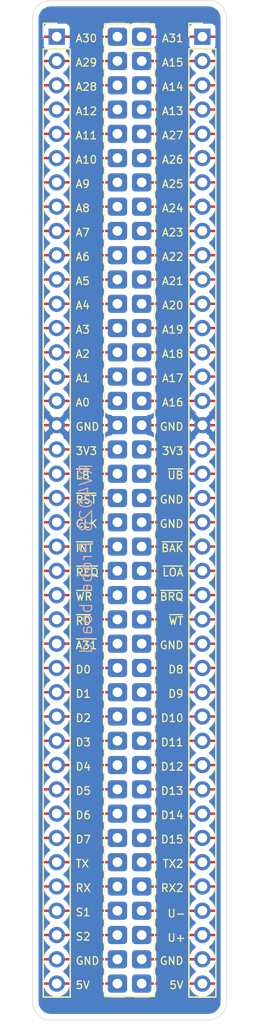
<source format=kicad_pcb>
(kicad_pcb (version 20241229) (generator "pcbnew") (generator_version "9.0")
  (layers (0 "F.Cu" signal) (2 "B.Cu" signal) (13 "F.Paste" user) (15 "B.Paste" user) (5 "F.SilkS" user "F.Silkscreen") (7 "B.SilkS" user "B.Silkscreen") (1 "F.Mask" user) (3 "B.Mask" user) (25 "Edge.Cuts" user))
  (net 0 "")
  (net 1 "Net-(J1-Pin_72)")
  (net 2 "Net-(J1-Pin_42)")
  (net 3 "Net-(J1-Pin_13)")
  (net 4 "Net-(J1-Pin_45)")
  (net 5 "Net-(J1-Pin_4)")
  (net 6 "Net-(J1-Pin_55)")
  (net 7 "Net-(J1-Pin_22)")
  (net 8 "Net-(J1-Pin_49)")
  (net 9 "Net-(J1-Pin_77)")
  (net 10 "Net-(J1-Pin_67)")
  (net 11 "Net-(J1-Pin_65)")
  (net 12 "Net-(J1-Pin_51)")
  (net 13 "Net-(J1-Pin_59)")
  (net 14 "Net-(J1-Pin_10)")
  (net 15 "Net-(J1-Pin_23)")
  (net 16 "Net-(J1-Pin_44)")
  (net 17 "Net-(J1-Pin_12)")
  (net 18 "Net-(J1-Pin_40)")
  (net 19 "Net-(J1-Pin_50)")
  (net 20 "Net-(J1-Pin_54)")
  (net 21 "Net-(J1-Pin_14)")
  (net 22 "Net-(J1-Pin_16)")
  (net 23 "Net-(J1-Pin_43)")
  (net 24 "Net-(J1-Pin_35)")
  (net 25 "Net-(J1-Pin_58)")
  (net 26 "Net-(J1-Pin_38)")
  (net 27 "Net-(J1-Pin_70)")
  (net 28 "Net-(J1-Pin_66)")
  (net 29 "Net-(J1-Pin_64)")
  (net 30 "Net-(J1-Pin_26)")
  (net 31 "Net-(J1-Pin_19)")
  (net 32 "Net-(J1-Pin_46)")
  (net 33 "Net-(J1-Pin_9)")
  (net 34 "Net-(J1-Pin_39)")
  (net 35 "Net-(J1-Pin_78)")
  (net 36 "Net-(J1-Pin_80)")
  (net 37 "Net-(J1-Pin_25)")
  (net 38 "Net-(J1-Pin_15)")
  (net 39 "Net-(J1-Pin_48)")
  (net 40 "Net-(J1-Pin_18)")
  (net 41 "Net-(J1-Pin_36)")
  (net 42 "Net-(J1-Pin_29)")
  (net 43 "Net-(J1-Pin_28)")
  (net 44 "Net-(J1-Pin_20)")
  (net 45 "Net-(J1-Pin_2)")
  (net 46 "Net-(J1-Pin_21)")
  (net 47 "Net-(J1-Pin_62)")
  (net 48 "Net-(J1-Pin_34)")
  (net 49 "Net-(J1-Pin_11)")
  (net 50 "Net-(J1-Pin_6)")
  (net 51 "Net-(J1-Pin_52)")
  (net 52 "Net-(J1-Pin_31)")
  (net 53 "Net-(J1-Pin_37)")
  (net 54 "Net-(J1-Pin_74)")
  (net 55 "Net-(J1-Pin_76)")
  (net 56 "Net-(J1-Pin_61)")
  (net 57 "Net-(J1-Pin_68)")
  (net 58 "Net-(J1-Pin_79)")
  (net 59 "Net-(J1-Pin_8)")
  (net 60 "Net-(J1-Pin_60)")
  (net 61 "Net-(J1-Pin_24)")
  (net 62 "Net-(J1-Pin_53)")
  (net 63 "Net-(J1-Pin_5)")
  (net 64 "Net-(J1-Pin_3)")
  (net 65 "Net-(J1-Pin_41)")
  (net 66 "Net-(J1-Pin_69)")
  (net 67 "Net-(J1-Pin_73)")
  (net 68 "Net-(J1-Pin_75)")
  (net 69 "Net-(J1-Pin_56)")
  (net 70 "Net-(J1-Pin_7)")
  (net 71 "Net-(J1-Pin_30)")
  (net 72 "Net-(J1-Pin_32)")
  (net 73 "Net-(J1-Pin_33)")
  (net 74 "Net-(J1-Pin_1)")
  (net 75 "Net-(J1-Pin_47)")
  (net 76 "Net-(J1-Pin_71)")
  (net 77 "Net-(J1-Pin_63)")
  (net 78 "Net-(J1-Pin_27)")
  (net 79 "GND")
  (footprint "clipboard:48b18192-912f-4a90-8f85-aef233b6ed7c" (layer "F.Cu") (at 113 57.5 -90)
    (property "Reference" "" (at -0.5 3 90) (layer "F.SilkS") (effects (font (size 1.27 1.27))))
    (property "Value" "")
    (fp_text user "D13" (at 24 -1.5 0) (layer "F.SilkS") (effects (font (size 0.635 0.635) (thickness 0.1016)) (justify right bottom)))
    (fp_text user "D11" (at 20.000001 -1.5 0) (layer "F.SilkS") (effects (font (size 0.635 0.635) (thickness 0.1016)) (justify right bottom)))
    (fp_text user "A19" (at -14 -1.5 0) (layer "F.SilkS") (effects (font (size 0.635 0.635) (thickness 0.1016)) (justify right bottom)))
    (fp_text user "A31" (at -38 -1.5 0) (layer "F.SilkS") (effects (font (size 0.635 0.635) (thickness 0.1016)) (justify right bottom)))
    (fp_text user "A27" (at -29.999999 -1.5 0) (layer "F.SilkS") (effects (font (size 0.635 0.635) (thickness 0.1016)) (justify right bottom)))
    (fp_text user "D14" (at 26 -1.5 0) (layer "F.SilkS") (effects (font (size 0.635 0.635) (thickness 0.1016)) (justify right bottom)))
    (fp_text user "A15" (at -36 -1.5 0) (layer "F.SilkS") (effects (font (size 0.635 0.635) (thickness 0.1016)) (justify right bottom)))
    (fp_text user "D10" (at 18 -1.5 0) (layer "F.SilkS") (effects (font (size 0.635 0.635) (thickness 0.1016)) (justify right bottom)))
    (fp_text user "3V3" (at -4 -1.5 0) (layer "F.SilkS") (effects (font (size 0.635 0.635) (thickness 0.1016)) (justify right bottom)))
    (fp_text user "A26" (at -28 -1.5 0) (layer "F.SilkS") (effects (font (size 0.635 0.635) (thickness 0.1016)) (justify right bottom)))
    (fp_text user "5V" (at 40 -1.5 0) (layer "F.SilkS") (effects (font (size 0.635 0.635) (thickness 0.1016)) (justify right bottom)))
    (fp_text user "~{WT}" (at 10 -1.5 0) (layer "F.SilkS") (effects (font (size 0.635 0.635) (thickness 0.1016)) (justify right bottom)))
    (fp_text user "~{BAK}" (at 4 -1.5 0) (layer "F.SilkS") (effects (font (size 0.635 0.635) (thickness 0.1016)) (justify right bottom)))
    (fp_text user "GND" (at 0 -1.5 0) (layer "F.SilkS") (effects (font (size 0.635 0.635) (thickness 0.1016)) (justify right bottom)))
    (fp_text user "GND" (at 11.999999 -1.5 0) (layer "F.SilkS") (effects (font (size 0.635 0.635) (thickness 0.1016)) (justify right bottom)))
    (fp_text user "A20" (at -15.999999 -1.5 0) (layer "F.SilkS") (effects (font (size 0.635 0.635) (thickness 0.1016)) (justify right bottom)))
    (fp_text user "GND" (at -6 -1.5 0) (layer "F.SilkS") (effects (font (size 0.635 0.635) (thickness 0.1016)) (justify right bottom)))
    (fp_text user "A21" (at -18 -1.5 0) (layer "F.SilkS") (effects (font (size 0.635 0.635) (thickness 0.1016)) (justify right bottom)))
    (fp_text user "D15" (at 28 -1.5 0) (layer "F.SilkS") (effects (font (size 0.635 0.635) (thickness 0.1016)) (justify right bottom)))
    (fp_text user "D8" (at 14 -1.5 0) (layer "F.SilkS") (effects (font (size 0.635 0.635) (thickness 0.1016)) (justify right bottom)))
    (fp_text user "A14" (at -34.000001 -1.5 0) (layer "F.SilkS") (effects (font (size 0.635 0.635) (thickness 0.1016)) (justify right bottom)))
    (fp_text user "A23" (at -22 -1.5 0) (layer "F.SilkS") (effects (font (size 0.635 0.635) (thickness 0.1016)) (justify right bottom)))
    (fp_text user "D12" (at 22 -1.5 0) (layer "F.SilkS") (effects (font (size 0.635 0.635) (thickness 0.1016)) (justify right bottom)))
    (fp_text user "A22" (at -20.000001 -1.5 0) (layer "F.SilkS") (effects (font (size 0.635 0.635) (thickness 0.1016)) (justify right bottom)))
    (fp_text user "~{LOA}" (at 6 -1.5 0) (layer "F.SilkS") (effects (font (size 0.635 0.635) (thickness 0.1016)) (justify right bottom)))
    (fp_text user "A24" (at -24 -1.5 0) (layer "F.SilkS") (effects (font (size 0.635 0.635) (thickness 0.1016)) (justify right bottom)))
    (fp_text user "A18" (at -11.999999 -1.5 0) (layer "F.SilkS") (effects (font (size 0.635 0.635) (thickness 0.1016)) (justify right bottom)))
    (fp_text user "A17" (at -10 -1.5 0) (layer "F.SilkS") (effects (font (size 0.635 0.635) (thickness 0.1016)) (justify right bottom)))
    (fp_text user "A16" (at -8 -1.5 0) (layer "F.SilkS") (effects (font (size 0.635 0.635) (thickness 0.1016)) (justify right bottom)))
    (fp_text user "D9" (at 15.999999 -1.5 0) (layer "F.SilkS") (effects (font (size 0.635 0.635) (thickness 0.1016)) (justify right bottom)))
    (fp_text user "GND" (at 38 -1.5 0) (layer "F.SilkS") (effects (font (size 0.635 0.635) (thickness 0.1016)) (justify right bottom)))
    (fp_text user "~{BRQ}" (at 8 -1.5 0) (layer "F.SilkS") (effects (font (size 0.635 0.635) (thickness 0.1016)) (justify right bottom)))
    (fp_text user "U+" (at 36.1 -1.65 0) (layer "F.SilkS") (effects (font (size 0.635 0.635) (thickness 0.1016)) (justify right bottom)))
    (fp_text user "A13" (at -32 -1.5 0) (layer "F.SilkS") (effects (font (size 0.635 0.635) (thickness 0.1016)) (justify right bottom)))
    (fp_text user "~{UB}" (at -2.000001 -1.5 0) (layer "F.SilkS") (effects (font (size 0.635 0.635) (thickness 0.1016)) (justify right bottom)))
    (fp_text user "TX2" (at 29.999999 -1.5 0) (layer "F.SilkS") (effects (font (size 0.635 0.635) (thickness 0.1016)) (justify right bottom)))
    (fp_text user "GND" (at 2.000001 -1.5 0) (layer "F.SilkS") (effects (font (size 0.635 0.635) (thickness 0.1016)) (justify right bottom)))
    (fp_text user "RX2" (at 32 -1.5 0) (layer "F.SilkS") (effects (font (size 0.635 0.635) (thickness 0.1016)) (justify right bottom)))
    (fp_text user "A25" (at -26 -1.5 0) (layer "F.SilkS") (effects (font (size 0.635 0.635) (thickness 0.1016)) (justify right bottom)))
    (fp_text user "U-" (at 34.1 -1.65 0) (layer "F.SilkS") (effects (font (size 0.635 0.635) (thickness 0.1016)) (justify right bottom)))
  )
  (footprint "Connector_PinHeader_2.00mm:PinHeader_1x40_P2.00mm_Vertical" (layer "F.Cu") (at 116 19)
    (property "Reference" "J3" (hide yes))
    (property "Value" "Conn_01x40")
    (fp_line (start -1.11 -1.11) (end 0 -1.11) (stroke (width 0.12)) (layer "F.SilkS"))
    (fp_line (start -1.11 0) (end -1.11 -1.11) (stroke (width 0.12)) (layer "F.SilkS"))
    (fp_line (start -1.11 1) (end -1.11 79.11) (stroke (width 0.12)) (layer "F.SilkS"))
    (fp_line (start -1.11 1) (end 1.11 1) (stroke (width 0.12)) (layer "F.SilkS"))
    (fp_line (start -1.11 79.11) (end 1.11 79.11) (stroke (width 0.12)) (layer "F.SilkS"))
    (fp_line (start 1.11 1) (end 1.11 79.11) (stroke (width 0.12)) (layer "F.SilkS"))
    (pad "1" thru_hole rect (at 0 0) (size 1.35 1.35) (drill 0.8) (layers "*.Cu" "*.Mask") (net 74 "Net-(J1-Pin_1)"))
    (pad "2" thru_hole circle (at 0 2) (size 1.35 1.35) (drill 0.8) (layers "*.Cu" "*.Mask") (net 45 "Net-(J1-Pin_2)"))
    (pad "3" thru_hole circle (at 0 4) (size 1.35 1.35) (drill 0.8) (layers "*.Cu" "*.Mask") (net 64 "Net-(J1-Pin_3)"))
    (pad "4" thru_hole circle (at 0 6) (size 1.35 1.35) (drill 0.8) (layers "*.Cu" "*.Mask") (net 5 "Net-(J1-Pin_4)"))
    (pad "5" thru_hole circle (at 0 8) (size 1.35 1.35) (drill 0.8) (layers "*.Cu" "*.Mask") (net 63 "Net-(J1-Pin_5)"))
    (pad "6" thru_hole circle (at 0 10) (size 1.35 1.35) (drill 0.8) (layers "*.Cu" "*.Mask") (net 50 "Net-(J1-Pin_6)"))
    (pad "7" thru_hole circle (at 0 12) (size 1.35 1.35) (drill 0.8) (layers "*.Cu" "*.Mask") (net 70 "Net-(J1-Pin_7)"))
    (pad "8" thru_hole circle (at 0 14) (size 1.35 1.35) (drill 0.8) (layers "*.Cu" "*.Mask") (net 59 "Net-(J1-Pin_8)"))
    (pad "9" thru_hole circle (at 0 16) (size 1.35 1.35) (drill 0.8) (layers "*.Cu" "*.Mask") (net 33 "Net-(J1-Pin_9)"))
    (pad "10" thru_hole circle (at 0 18) (size 1.35 1.35) (drill 0.8) (layers "*.Cu" "*.Mask") (net 14 "Net-(J1-Pin_10)"))
    (pad "11" thru_hole circle (at 0 20) (size 1.35 1.35) (drill 0.8) (layers "*.Cu" "*.Mask") (net 49 "Net-(J1-Pin_11)"))
    (pad "12" thru_hole circle (at 0 22) (size 1.35 1.35) (drill 0.8) (layers "*.Cu" "*.Mask") (net 17 "Net-(J1-Pin_12)"))
    (pad "13" thru_hole circle (at 0 24) (size 1.35 1.35) (drill 0.8) (layers "*.Cu" "*.Mask") (net 3 "Net-(J1-Pin_13)"))
    (pad "14" thru_hole circle (at 0 26) (size 1.35 1.35) (drill 0.8) (layers "*.Cu" "*.Mask") (net 21 "Net-(J1-Pin_14)"))
    (pad "15" thru_hole circle (at 0 28) (size 1.35 1.35) (drill 0.8) (layers "*.Cu" "*.Mask") (net 38 "Net-(J1-Pin_15)"))
    (pad "16" thru_hole circle (at 0 30) (size 1.35 1.35) (drill 0.8) (layers "*.Cu" "*.Mask") (net 22 "Net-(J1-Pin_16)"))
    (pad "17" thru_hole circle (at 0 32) (size 1.35 1.35) (drill 0.8) (layers "*.Cu" "*.Mask") (net 79 "GND"))
    (pad "18" thru_hole circle (at 0 34) (size 1.35 1.35) (drill 0.8) (layers "*.Cu" "*.Mask") (net 40 "Net-(J1-Pin_18)"))
    (pad "19" thru_hole circle (at 0 36) (size 1.35 1.35) (drill 0.8) (layers "*.Cu" "*.Mask") (net 31 "Net-(J1-Pin_19)"))
    (pad "20" thru_hole circle (at 0 38) (size 1.35 1.35) (drill 0.8) (layers "*.Cu" "*.Mask") (net 44 "Net-(J1-Pin_20)"))
    (pad "21" thru_hole circle (at 0 40) (size 1.35 1.35) (drill 0.8) (layers "*.Cu" "*.Mask") (net 46 "Net-(J1-Pin_21)"))
    (pad "22" thru_hole circle (at 0 42) (size 1.35 1.35) (drill 0.8) (layers "*.Cu" "*.Mask") (net 7 "Net-(J1-Pin_22)"))
    (pad "23" thru_hole circle (at 0 44) (size 1.35 1.35) (drill 0.8) (layers "*.Cu" "*.Mask") (net 15 "Net-(J1-Pin_23)"))
    (pad "24" thru_hole circle (at 0 46) (size 1.35 1.35) (drill 0.8) (layers "*.Cu" "*.Mask") (net 61 "Net-(J1-Pin_24)"))
    (pad "25" thru_hole circle (at 0 48) (size 1.35 1.35) (drill 0.8) (layers "*.Cu" "*.Mask") (net 37 "Net-(J1-Pin_25)"))
    (pad "26" thru_hole circle (at 0 50) (size 1.35 1.35) (drill 0.8) (layers "*.Cu" "*.Mask") (net 30 "Net-(J1-Pin_26)"))
    (pad "27" thru_hole circle (at 0 52) (size 1.35 1.35) (drill 0.8) (layers "*.Cu" "*.Mask") (net 78 "Net-(J1-Pin_27)"))
    (pad "28" thru_hole circle (at 0 54) (size 1.35 1.35) (drill 0.8) (layers "*.Cu" "*.Mask") (net 43 "Net-(J1-Pin_28)"))
    (pad "29" thru_hole circle (at 0 56) (size 1.35 1.35) (drill 0.8) (layers "*.Cu" "*.Mask") (net 42 "Net-(J1-Pin_29)"))
    (pad "30" thru_hole circle (at 0 58) (size 1.35 1.35) (drill 0.8) (layers "*.Cu" "*.Mask") (net 71 "Net-(J1-Pin_30)"))
    (pad "31" thru_hole circle (at 0 60) (size 1.35 1.35) (drill 0.8) (layers "*.Cu" "*.Mask") (net 52 "Net-(J1-Pin_31)"))
    (pad "32" thru_hole circle (at 0 62) (size 1.35 1.35) (drill 0.8) (layers "*.Cu" "*.Mask") (net 72 "Net-(J1-Pin_32)"))
    (pad "33" thru_hole circle (at 0 64) (size 1.35 1.35) (drill 0.8) (layers "*.Cu" "*.Mask") (net 73 "Net-(J1-Pin_33)"))
    (pad "34" thru_hole circle (at 0 66) (size 1.35 1.35) (drill 0.8) (layers "*.Cu" "*.Mask") (net 48 "Net-(J1-Pin_34)"))
    (pad "35" thru_hole circle (at 0 68) (size 1.35 1.35) (drill 0.8) (layers "*.Cu" "*.Mask") (net 24 "Net-(J1-Pin_35)"))
    (pad "36" thru_hole circle (at 0 70) (size 1.35 1.35) (drill 0.8) (layers "*.Cu" "*.Mask") (net 41 "Net-(J1-Pin_36)"))
    (pad "37" thru_hole circle (at 0 72) (size 1.35 1.35) (drill 0.8) (layers "*.Cu" "*.Mask") (net 53 "Net-(J1-Pin_37)"))
    (pad "38" thru_hole circle (at 0 74) (size 1.35 1.35) (drill 0.8) (layers "*.Cu" "*.Mask") (net 26 "Net-(J1-Pin_38)"))
    (pad "39" thru_hole circle (at 0 76) (size 1.35 1.35) (drill 0.8) (layers "*.Cu" "*.Mask") (net 34 "Net-(J1-Pin_39)"))
    (pad "40" thru_hole circle (at 0 78) (size 1.35 1.35) (drill 0.8) (layers "*.Cu" "*.Mask") (net 18 "Net-(J1-Pin_40)"))
  )
  (footprint "Connector_PinSocket_2.00mm:PinSocket_2x40_P2.00mm_Vertical" (layer "F.Cu") (at 111 19)
    (property "Reference" "J1" (hide yes))
    (property "Value" "Conn_02x40_Top_Bottom")
    (fp_line (start -3.06 -1.06) (end -3.06 79.06) (stroke (width 0.12)) (layer "F.SilkS"))
    (fp_line (start -3.06 -1.06) (end -1 -1.06) (stroke (width 0.12)) (layer "F.SilkS"))
    (fp_line (start -3.06 79.06) (end 1.06 79.06) (stroke (width 0.12)) (layer "F.SilkS"))
    (fp_line (start -1 -1.06) (end -1 1) (stroke (width 0.12)) (layer "F.SilkS"))
    (fp_line (start -1 1) (end 1.06 1) (stroke (width 0.12)) (layer "F.SilkS"))
    (fp_line (start 0 -1.06) (end 1.06 -1.06) (stroke (width 0.12)) (layer "F.SilkS"))
    (fp_line (start 1.06 -1.06) (end 1.06 0) (stroke (width 0.12)) (layer "F.SilkS"))
    (fp_line (start 1.06 1) (end 1.06 79.06) (stroke (width 0.12)) (layer "F.SilkS"))
    (pad "1" thru_hole roundrect (at 0 0) (size 1.6 1.5) (drill 0.8) (layers "*.Cu" "*.Mask") (roundrect_rratio 0.1851851852) (net 74 "Net-(J1-Pin_1)"))
    (pad "2" thru_hole roundrect (at 0 2) (size 1.6 1.5) (drill 0.8) (layers "*.Cu" "*.Mask") (roundrect_rratio 0.1851851852) (net 45 "Net-(J1-Pin_2)"))
    (pad "3" thru_hole roundrect (at 0 4) (size 1.6 1.5) (drill 0.8) (layers "*.Cu" "*.Mask") (roundrect_rratio 0.1851851852) (net 64 "Net-(J1-Pin_3)"))
    (pad "4" thru_hole roundrect (at 0 6) (size 1.6 1.5) (drill 0.8) (layers "*.Cu" "*.Mask") (roundrect_rratio 0.1851851852) (net 5 "Net-(J1-Pin_4)"))
    (pad "5" thru_hole roundrect (at 0 8) (size 1.6 1.5) (drill 0.8) (layers "*.Cu" "*.Mask") (roundrect_rratio 0.1851851852) (net 63 "Net-(J1-Pin_5)"))
    (pad "6" thru_hole roundrect (at 0 10) (size 1.6 1.5) (drill 0.8) (layers "*.Cu" "*.Mask") (roundrect_rratio 0.1851851852) (net 50 "Net-(J1-Pin_6)"))
    (pad "7" thru_hole roundrect (at 0 12) (size 1.6 1.5) (drill 0.8) (layers "*.Cu" "*.Mask") (roundrect_rratio 0.1851851852) (net 70 "Net-(J1-Pin_7)"))
    (pad "8" thru_hole roundrect (at 0 14) (size 1.6 1.5) (drill 0.8) (layers "*.Cu" "*.Mask") (roundrect_rratio 0.1851851852) (net 59 "Net-(J1-Pin_8)"))
    (pad "9" thru_hole roundrect (at 0 16) (size 1.6 1.5) (drill 0.8) (layers "*.Cu" "*.Mask") (roundrect_rratio 0.1851851852) (net 33 "Net-(J1-Pin_9)"))
    (pad "10" thru_hole roundrect (at 0 18) (size 1.6 1.5) (drill 0.8) (layers "*.Cu" "*.Mask") (roundrect_rratio 0.1851851852) (net 14 "Net-(J1-Pin_10)"))
    (pad "11" thru_hole roundrect (at 0 20) (size 1.6 1.5) (drill 0.8) (layers "*.Cu" "*.Mask") (roundrect_rratio 0.1851851852) (net 49 "Net-(J1-Pin_11)"))
    (pad "12" thru_hole roundrect (at 0 22) (size 1.6 1.5) (drill 0.8) (layers "*.Cu" "*.Mask") (roundrect_rratio 0.1851851852) (net 17 "Net-(J1-Pin_12)"))
    (pad "13" thru_hole roundrect (at 0 24) (size 1.6 1.5) (drill 0.8) (layers "*.Cu" "*.Mask") (roundrect_rratio 0.1851851852) (net 3 "Net-(J1-Pin_13)"))
    (pad "14" thru_hole roundrect (at 0 26) (size 1.6 1.5) (drill 0.8) (layers "*.Cu" "*.Mask") (roundrect_rratio 0.1851851852) (net 21 "Net-(J1-Pin_14)"))
    (pad "15" thru_hole roundrect (at 0 28) (size 1.6 1.5) (drill 0.8) (layers "*.Cu" "*.Mask") (roundrect_rratio 0.1851851852) (net 38 "Net-(J1-Pin_15)"))
    (pad "16" thru_hole roundrect (at 0 30) (size 1.6 1.5) (drill 0.8) (layers "*.Cu" "*.Mask") (roundrect_rratio 0.1851851852) (net 22 "Net-(J1-Pin_16)"))
    (pad "17" thru_hole roundrect (at 0 32) (size 1.6 1.5) (drill 0.8) (layers "*.Cu" "*.Mask") (roundrect_rratio 0.1851851852) (net 79 "GND"))
    (pad "18" thru_hole roundrect (at 0 34) (size 1.6 1.5) (drill 0.8) (layers "*.Cu" "*.Mask") (roundrect_rratio 0.1851851852) (net 40 "Net-(J1-Pin_18)"))
    (pad "19" thru_hole roundrect (at 0 36) (size 1.6 1.5) (drill 0.8) (layers "*.Cu" "*.Mask") (roundrect_rratio 0.1851851852) (net 31 "Net-(J1-Pin_19)"))
    (pad "20" thru_hole roundrect (at 0 38) (size 1.6 1.5) (drill 0.8) (layers "*.Cu" "*.Mask") (roundrect_rratio 0.1851851852) (net 44 "Net-(J1-Pin_20)"))
    (pad "21" thru_hole roundrect (at 0 40) (size 1.6 1.5) (drill 0.8) (layers "*.Cu" "*.Mask") (roundrect_rratio 0.1851851852) (net 46 "Net-(J1-Pin_21)"))
    (pad "22" thru_hole roundrect (at 0 42) (size 1.6 1.5) (drill 0.8) (layers "*.Cu" "*.Mask") (roundrect_rratio 0.1851851852) (net 7 "Net-(J1-Pin_22)"))
    (pad "23" thru_hole roundrect (at 0 44) (size 1.6 1.5) (drill 0.8) (layers "*.Cu" "*.Mask") (roundrect_rratio 0.1851851852) (net 15 "Net-(J1-Pin_23)"))
    (pad "24" thru_hole roundrect (at 0 46) (size 1.6 1.5) (drill 0.8) (layers "*.Cu" "*.Mask") (roundrect_rratio 0.1851851852) (net 61 "Net-(J1-Pin_24)"))
    (pad "25" thru_hole roundrect (at 0 48) (size 1.6 1.5) (drill 0.8) (layers "*.Cu" "*.Mask") (roundrect_rratio 0.1851851852) (net 37 "Net-(J1-Pin_25)"))
    (pad "26" thru_hole roundrect (at 0 50) (size 1.6 1.5) (drill 0.8) (layers "*.Cu" "*.Mask") (roundrect_rratio 0.1851851852) (net 30 "Net-(J1-Pin_26)"))
    (pad "27" thru_hole roundrect (at 0 52) (size 1.6 1.5) (drill 0.8) (layers "*.Cu" "*.Mask") (roundrect_rratio 0.1851851852) (net 78 "Net-(J1-Pin_27)"))
    (pad "28" thru_hole roundrect (at 0 54) (size 1.6 1.5) (drill 0.8) (layers "*.Cu" "*.Mask") (roundrect_rratio 0.1851851852) (net 43 "Net-(J1-Pin_28)"))
    (pad "29" thru_hole roundrect (at 0 56) (size 1.6 1.5) (drill 0.8) (layers "*.Cu" "*.Mask") (roundrect_rratio 0.1851851852) (net 42 "Net-(J1-Pin_29)"))
    (pad "30" thru_hole roundrect (at 0 58) (size 1.6 1.5) (drill 0.8) (layers "*.Cu" "*.Mask") (roundrect_rratio 0.1851851852) (net 71 "Net-(J1-Pin_30)"))
    (pad "31" thru_hole roundrect (at 0 60) (size 1.6 1.5) (drill 0.8) (layers "*.Cu" "*.Mask") (roundrect_rratio 0.1851851852) (net 52 "Net-(J1-Pin_31)"))
    (pad "32" thru_hole roundrect (at 0 62) (size 1.6 1.5) (drill 0.8) (layers "*.Cu" "*.Mask") (roundrect_rratio 0.1851851852) (net 72 "Net-(J1-Pin_32)"))
    (pad "33" thru_hole roundrect (at 0 64) (size 1.6 1.5) (drill 0.8) (layers "*.Cu" "*.Mask") (roundrect_rratio 0.1851851852) (net 73 "Net-(J1-Pin_33)"))
    (pad "34" thru_hole roundrect (at 0 66) (size 1.6 1.5) (drill 0.8) (layers "*.Cu" "*.Mask") (roundrect_rratio 0.1851851852) (net 48 "Net-(J1-Pin_34)"))
    (pad "35" thru_hole roundrect (at 0 68) (size 1.6 1.5) (drill 0.8) (layers "*.Cu" "*.Mask") (roundrect_rratio 0.1851851852) (net 24 "Net-(J1-Pin_35)"))
    (pad "36" thru_hole roundrect (at 0 70) (size 1.6 1.5) (drill 0.8) (layers "*.Cu" "*.Mask") (roundrect_rratio 0.1851851852) (net 41 "Net-(J1-Pin_36)"))
    (pad "37" thru_hole roundrect (at 0 72) (size 1.6 1.5) (drill 0.8) (layers "*.Cu" "*.Mask") (roundrect_rratio 0.1851851852) (net 53 "Net-(J1-Pin_37)"))
    (pad "38" thru_hole roundrect (at 0 74) (size 1.6 1.5) (drill 0.8) (layers "*.Cu" "*.Mask") (roundrect_rratio 0.1851851852) (net 26 "Net-(J1-Pin_38)"))
    (pad "39" thru_hole roundrect (at 0 76) (size 1.6 1.5) (drill 0.8) (layers "*.Cu" "*.Mask") (roundrect_rratio 0.1851851852) (net 34 "Net-(J1-Pin_39)"))
    (pad "40" thru_hole roundrect (at 0 78) (size 1.6 1.5) (drill 0.8) (layers "*.Cu" "*.Mask") (roundrect_rratio 0.1851851852) (net 18 "Net-(J1-Pin_40)"))
    (pad "41" thru_hole roundrect (at -2 0) (size 1.6 1.5) (drill 0.8) (layers "*.Cu" "*.Mask") (roundrect_rratio 0.1851851852) (net 65 "Net-(J1-Pin_41)"))
    (pad "42" thru_hole roundrect (at -2 2) (size 1.6 1.5) (drill 0.8) (layers "*.Cu" "*.Mask") (roundrect_rratio 0.1851851852) (net 2 "Net-(J1-Pin_42)"))
    (pad "43" thru_hole roundrect (at -2 4) (size 1.6 1.5) (drill 0.8) (layers "*.Cu" "*.Mask") (roundrect_rratio 0.1851851852) (net 23 "Net-(J1-Pin_43)"))
    (pad "44" thru_hole roundrect (at -2 6) (size 1.6 1.5) (drill 0.8) (layers "*.Cu" "*.Mask") (roundrect_rratio 0.1851851852) (net 16 "Net-(J1-Pin_44)"))
    (pad "45" thru_hole roundrect (at -2 8) (size 1.6 1.5) (drill 0.8) (layers "*.Cu" "*.Mask") (roundrect_rratio 0.1851851852) (net 4 "Net-(J1-Pin_45)"))
    (pad "46" thru_hole roundrect (at -2 10) (size 1.6 1.5) (drill 0.8) (layers "*.Cu" "*.Mask") (roundrect_rratio 0.1851851852) (net 32 "Net-(J1-Pin_46)"))
    (pad "47" thru_hole roundrect (at -2 12) (size 1.6 1.5) (drill 0.8) (layers "*.Cu" "*.Mask") (roundrect_rratio 0.1851851852) (net 75 "Net-(J1-Pin_47)"))
    (pad "48" thru_hole roundrect (at -2 14) (size 1.6 1.5) (drill 0.8) (layers "*.Cu" "*.Mask") (roundrect_rratio 0.1851851852) (net 39 "Net-(J1-Pin_48)"))
    (pad "49" thru_hole roundrect (at -2 16) (size 1.6 1.5) (drill 0.8) (layers "*.Cu" "*.Mask") (roundrect_rratio 0.1851851852) (net 8 "Net-(J1-Pin_49)"))
    (pad "50" thru_hole roundrect (at -2 18) (size 1.6 1.5) (drill 0.8) (layers "*.Cu" "*.Mask") (roundrect_rratio 0.1851851852) (net 19 "Net-(J1-Pin_50)"))
    (pad "51" thru_hole roundrect (at -2 20) (size 1.6 1.5) (drill 0.8) (layers "*.Cu" "*.Mask") (roundrect_rratio 0.1851851852) (net 12 "Net-(J1-Pin_51)"))
    (pad "52" thru_hole roundrect (at -2 22) (size 1.6 1.5) (drill 0.8) (layers "*.Cu" "*.Mask") (roundrect_rratio 0.1851851852) (net 51 "Net-(J1-Pin_52)"))
    (pad "53" thru_hole roundrect (at -2 24) (size 1.6 1.5) (drill 0.8) (layers "*.Cu" "*.Mask") (roundrect_rratio 0.1851851852) (net 62 "Net-(J1-Pin_53)"))
    (pad "54" thru_hole roundrect (at -2 26) (size 1.6 1.5) (drill 0.8) (layers "*.Cu" "*.Mask") (roundrect_rratio 0.1851851852) (net 20 "Net-(J1-Pin_54)"))
    (pad "55" thru_hole roundrect (at -2 28) (size 1.6 1.5) (drill 0.8) (layers "*.Cu" "*.Mask") (roundrect_rratio 0.1851851852) (net 6 "Net-(J1-Pin_55)"))
    (pad "56" thru_hole roundrect (at -2 30) (size 1.6 1.5) (drill 0.8) (layers "*.Cu" "*.Mask") (roundrect_rratio 0.1851851852) (net 69 "Net-(J1-Pin_56)"))
    (pad "57" thru_hole roundrect (at -2 32) (size 1.6 1.5) (drill 0.8) (layers "*.Cu" "*.Mask") (roundrect_rratio 0.1851851852) (net 79 "GND"))
    (pad "58" thru_hole roundrect (at -2 34) (size 1.6 1.5) (drill 0.8) (layers "*.Cu" "*.Mask") (roundrect_rratio 0.1851851852) (net 25 "Net-(J1-Pin_58)"))
    (pad "59" thru_hole roundrect (at -2 36) (size 1.6 1.5) (drill 0.8) (layers "*.Cu" "*.Mask") (roundrect_rratio 0.1851851852) (net 13 "Net-(J1-Pin_59)"))
    (pad "60" thru_hole roundrect (at -2 38) (size 1.6 1.5) (drill 0.8) (layers "*.Cu" "*.Mask") (roundrect_rratio 0.1851851852) (net 60 "Net-(J1-Pin_60)"))
    (pad "61" thru_hole roundrect (at -2 40) (size 1.6 1.5) (drill 0.8) (layers "*.Cu" "*.Mask") (roundrect_rratio 0.1851851852) (net 56 "Net-(J1-Pin_61)"))
    (pad "62" thru_hole roundrect (at -2 42) (size 1.6 1.5) (drill 0.8) (layers "*.Cu" "*.Mask") (roundrect_rratio 0.1851851852) (net 47 "Net-(J1-Pin_62)"))
    (pad "63" thru_hole roundrect (at -2 44) (size 1.6 1.5) (drill 0.8) (layers "*.Cu" "*.Mask") (roundrect_rratio 0.1851851852) (net 77 "Net-(J1-Pin_63)"))
    (pad "64" thru_hole roundrect (at -2 46) (size 1.6 1.5) (drill 0.8) (layers "*.Cu" "*.Mask") (roundrect_rratio 0.1851851852) (net 29 "Net-(J1-Pin_64)"))
    (pad "65" thru_hole roundrect (at -2 48) (size 1.6 1.5) (drill 0.8) (layers "*.Cu" "*.Mask") (roundrect_rratio 0.1851851852) (net 11 "Net-(J1-Pin_65)"))
    (pad "66" thru_hole roundrect (at -2 50) (size 1.6 1.5) (drill 0.8) (layers "*.Cu" "*.Mask") (roundrect_rratio 0.1851851852) (net 28 "Net-(J1-Pin_66)"))
    (pad "67" thru_hole roundrect (at -2 52) (size 1.6 1.5) (drill 0.8) (layers "*.Cu" "*.Mask") (roundrect_rratio 0.1851851852) (net 10 "Net-(J1-Pin_67)"))
    (pad "68" thru_hole roundrect (at -2 54) (size 1.6 1.5) (drill 0.8) (layers "*.Cu" "*.Mask") (roundrect_rratio 0.1851851852) (net 57 "Net-(J1-Pin_68)"))
    (pad "69" thru_hole roundrect (at -2 56) (size 1.6 1.5) (drill 0.8) (layers "*.Cu" "*.Mask") (roundrect_rratio 0.1851851852) (net 66 "Net-(J1-Pin_69)"))
    (pad "70" thru_hole roundrect (at -2 58) (size 1.6 1.5) (drill 0.8) (layers "*.Cu" "*.Mask") (roundrect_rratio 0.1851851852) (net 27 "Net-(J1-Pin_70)"))
    (pad "71" thru_hole roundrect (at -2 60) (size 1.6 1.5) (drill 0.8) (layers "*.Cu" "*.Mask") (roundrect_rratio 0.1851851852) (net 76 "Net-(J1-Pin_71)"))
    (pad "72" thru_hole roundrect (at -2 62) (size 1.6 1.5) (drill 0.8) (layers "*.Cu" "*.Mask") (roundrect_rratio 0.1851851852) (net 1 "Net-(J1-Pin_72)"))
    (pad "73" thru_hole roundrect (at -2 64) (size 1.6 1.5) (drill 0.8) (layers "*.Cu" "*.Mask") (roundrect_rratio 0.1851851852) (net 67 "Net-(J1-Pin_73)"))
    (pad "74" thru_hole roundrect (at -2 66) (size 1.6 1.5) (drill 0.8) (layers "*.Cu" "*.Mask") (roundrect_rratio 0.1851851852) (net 54 "Net-(J1-Pin_74)"))
    (pad "75" thru_hole roundrect (at -2 68) (size 1.6 1.5) (drill 0.8) (layers "*.Cu" "*.Mask") (roundrect_rratio 0.1851851852) (net 68 "Net-(J1-Pin_75)"))
    (pad "76" thru_hole roundrect (at -2 70) (size 1.6 1.5) (drill 0.8) (layers "*.Cu" "*.Mask") (roundrect_rratio 0.1851851852) (net 55 "Net-(J1-Pin_76)"))
    (pad "77" thru_hole roundrect (at -2 72) (size 1.6 1.5) (drill 0.8) (layers "*.Cu" "*.Mask") (roundrect_rratio 0.1851851852) (net 9 "Net-(J1-Pin_77)"))
    (pad "78" thru_hole roundrect (at -2 74) (size 1.6 1.5) (drill 0.8) (layers "*.Cu" "*.Mask") (roundrect_rratio 0.1851851852) (net 35 "Net-(J1-Pin_78)"))
    (pad "79" thru_hole roundrect (at -2 76) (size 1.6 1.5) (drill 0.8) (layers "*.Cu" "*.Mask") (roundrect_rratio 0.1851851852) (net 58 "Net-(J1-Pin_79)"))
    (pad "80" thru_hole roundrect (at -2 78) (size 1.6 1.5) (drill 0.8) (layers "*.Cu" "*.Mask") (roundrect_rratio 0.1851851852) (net 36 "Net-(J1-Pin_80)"))
  )
  (footprint "clipboard:028d69f3-38b3-4ff6-9092-c2e87d3c5c8a" (layer "F.Cu") (at 107 59.5 -90)
    (property "Reference" "" (at 0 -2 90) (layer "F.SilkS") (effects (font (size 1.27 1.27))))
    (property "Value" "")
    (fp_text user "A12" (at -34.000001 1.5 0) (layer "F.SilkS") (effects (font (size 0.635 0.635) (thickness 0.1016)) (justify left bottom)))
    (fp_text user "A0" (at -10 1.5 0) (layer "F.SilkS") (effects (font (size 0.635 0.635) (thickness 0.1016)) (justify left bottom)))
    (fp_text user "~{A31}" (at 10 1.5 0) (layer "F.SilkS") (effects (font (size 0.635 0.635) (thickness 0.1016)) (justify left bottom)))
    (fp_text user "A4" (at -18 1.5 0) (layer "F.SilkS") (effects (font (size 0.635 0.635) (thickness 0.1016)) (justify left bottom)))
    (fp_text user "A28" (at -36 1.5 0) (layer "F.SilkS") (effects (font (size 0.635 0.635) (thickness 0.1016)) (justify left bottom)))
    (fp_text user "A11" (at -32 1.5 0) (layer "F.SilkS") (effects (font (size 0.635 0.635) (thickness 0.1016)) (justify left bottom)))
    (fp_text user "D2" (at 15.999999 1.5 0) (layer "F.SilkS") (effects (font (size 0.635 0.635) (thickness 0.1016)) (justify left bottom)))
    (fp_text user "A8" (at -26 1.5 0) (layer "F.SilkS") (effects (font (size 0.635 0.635) (thickness 0.1016)) (justify left bottom)))
    (fp_text user "~{WR}" (at 6 1.5 0) (layer "F.SilkS") (effects (font (size 0.635 0.635) (thickness 0.1016)) (justify left bottom)))
    (fp_text user "A1" (at -11.999999 1.5 0) (layer "F.SilkS") (effects (font (size 0.635 0.635) (thickness 0.1016)) (justify left bottom)))
    (fp_text user "3V3" (at -6 1.5 0) (layer "F.SilkS") (effects (font (size 0.635 0.635) (thickness 0.1016)) (justify left bottom)))
    (fp_text user "S2" (at 34.000001 1.5 0) (layer "F.SilkS") (effects (font (size 0.635 0.635) (thickness 0.1016)) (justify left bottom)))
    (fp_text user "RX" (at 29.999999 1.5 0) (layer "F.SilkS") (effects (font (size 0.635 0.635) (thickness 0.1016)) (justify left bottom)))
    (fp_text user "A2" (at -14 1.5 0) (layer "F.SilkS") (effects (font (size 0.635 0.635) (thickness 0.1016)) (justify left bottom)))
    (fp_text user "A3" (at -15.999999 1.5 0) (layer "F.SilkS") (effects (font (size 0.635 0.635) (thickness 0.1016)) (justify left bottom)))
    (fp_text user "GND" (at -8 1.5 0) (layer "F.SilkS") (effects (font (size 0.635 0.635) (thickness 0.1016)) (justify left bottom)))
    (fp_text user "A29" (at -38 1.5 0) (layer "F.SilkS") (effects (font (size 0.635 0.635) (thickness 0.1016)) (justify left bottom)))
    (fp_text user "~{RD}" (at 8 1.5 0) (layer "F.SilkS") (effects (font (size 0.635 0.635) (thickness 0.1016)) (justify left bottom)))
    (fp_text user "GND" (at 36 1.5 0) (layer "F.SilkS") (effects (font (size 0.635 0.635) (thickness 0.1016)) (justify left bottom)))
    (fp_text user "5V" (at 38 1.5 0) (layer "F.SilkS") (effects (font (size 0.635 0.635) (thickness 0.1016)) (justify left bottom)))
    (fp_text user "D3" (at 18 1.5 0) (layer "F.SilkS") (effects (font (size 0.635 0.635) (thickness 0.1016)) (justify left bottom)))
    (fp_text user "D1" (at 14 1.5 0) (layer "F.SilkS") (effects (font (size 0.635 0.635) (thickness 0.1016)) (justify left bottom)))
    (fp_text user "S1" (at 32 1.5 0) (layer "F.SilkS") (effects (font (size 0.635 0.635) (thickness 0.1016)) (justify left bottom)))
    (fp_text user "A7" (at -24 1.5 0) (layer "F.SilkS") (effects (font (size 0.635 0.635) (thickness 0.1016)) (justify left bottom)))
    (fp_text user "D6" (at 24 1.5 0) (layer "F.SilkS") (effects (font (size 0.635 0.635) (thickness 0.1016)) (justify left bottom)))
    (fp_text user "~{REQ}" (at 4 1.5 0) (layer "F.SilkS") (effects (font (size 0.635 0.635) (thickness 0.1016)) (justify left bottom)))
    (fp_text user "~{LB}" (at -4 1.5 0) (layer "F.SilkS") (effects (font (size 0.635 0.635) (thickness 0.1016)) (justify left bottom)))
    (fp_text user "A6" (at -22 1.5 0) (layer "F.SilkS") (effects (font (size 0.635 0.635) (thickness 0.1016)) (justify left bottom)))
    (fp_text user "D7" (at 26 1.5 0) (layer "F.SilkS") (effects (font (size 0.635 0.635) (thickness 0.1016)) (justify left bottom)))
    (fp_text user "CLK" (at 0 1.5 0) (layer "F.SilkS") (effects (font (size 0.635 0.635) (thickness 0.1016)) (justify left bottom)))
    (fp_text user "A5" (at -20.000001 1.5 0) (layer "F.SilkS") (effects (font (size 0.635 0.635) (thickness 0.1016)) (justify left bottom)))
    (fp_text user "A30" (at -40 1.5 0) (layer "F.SilkS") (effects (font (size 0.635 0.635) (thickness 0.1016)) (justify left bottom)))
    (fp_text user "~{RST}" (at -2.000001 1.5 0) (layer "F.SilkS") (effects (font (size 0.635 0.635) (thickness 0.1016)) (justify left bottom)))
    (fp_text user "~{INT}" (at 2.000001 1.5 0) (layer "F.SilkS") (effects (font (size 0.635 0.635) (thickness 0.1016)) (justify left bottom)))
    (fp_text user "A10" (at -29.999999 1.5 0) (layer "F.SilkS") (effects (font (size 0.635 0.635) (thickness 0.1016)) (justify left bottom)))
    (fp_text user "TX" (at 28 1.5 0) (layer "F.SilkS") (effects (font (size 0.635 0.635) (thickness 0.1016)) (justify left bottom)))
    (fp_text user "D0" (at 11.999999 1.5 0) (layer "F.SilkS") (effects (font (size 0.635 0.635) (thickness 0.1016)) (justify left bottom)))
    (fp_text user "D5" (at 22 1.5 0) (layer "F.SilkS") (effects (font (size 0.635 0.635) (thickness 0.1016)) (justify left bottom)))
    (fp_text user "D4" (at 20.000001 1.5 0) (layer "F.SilkS") (effects (font (size 0.635 0.635) (thickness 0.1016)) (justify left bottom)))
    (fp_text user "A9" (at -28 1.5 0) (layer "F.SilkS") (effects (font (size 0.635 0.635) (thickness 0.1016)) (justify left bottom)))
  )
  (footprint "Connector_PinHeader_2.00mm:PinHeader_1x40_P2.00mm_Vertical" (layer "F.Cu") (at 104 19)
    (property "Reference" "J2" (hide yes))
    (property "Value" "Conn_01x40")
    (fp_line (start -1.11 -1.11) (end 0 -1.11) (stroke (width 0.12)) (layer "F.SilkS"))
    (fp_line (start -1.11 0) (end -1.11 -1.11) (stroke (width 0.12)) (layer "F.SilkS"))
    (fp_line (start -1.11 1) (end -1.11 79.11) (stroke (width 0.12)) (layer "F.SilkS"))
    (fp_line (start -1.11 1) (end 1.11 1) (stroke (width 0.12)) (layer "F.SilkS"))
    (fp_line (start -1.11 79.11) (end 1.11 79.11) (stroke (width 0.12)) (layer "F.SilkS"))
    (fp_line (start 1.11 1) (end 1.11 79.11) (stroke (width 0.12)) (layer "F.SilkS"))
    (pad "1" thru_hole rect (at 0 0) (size 1.35 1.35) (drill 0.8) (layers "*.Cu" "*.Mask") (net 65 "Net-(J1-Pin_41)"))
    (pad "2" thru_hole circle (at 0 2) (size 1.35 1.35) (drill 0.8) (layers "*.Cu" "*.Mask") (net 2 "Net-(J1-Pin_42)"))
    (pad "3" thru_hole circle (at 0 4) (size 1.35 1.35) (drill 0.8) (layers "*.Cu" "*.Mask") (net 23 "Net-(J1-Pin_43)"))
    (pad "4" thru_hole circle (at 0 6) (size 1.35 1.35) (drill 0.8) (layers "*.Cu" "*.Mask") (net 16 "Net-(J1-Pin_44)"))
    (pad "5" thru_hole circle (at 0 8) (size 1.35 1.35) (drill 0.8) (layers "*.Cu" "*.Mask") (net 4 "Net-(J1-Pin_45)"))
    (pad "6" thru_hole circle (at 0 10) (size 1.35 1.35) (drill 0.8) (layers "*.Cu" "*.Mask") (net 32 "Net-(J1-Pin_46)"))
    (pad "7" thru_hole circle (at 0 12) (size 1.35 1.35) (drill 0.8) (layers "*.Cu" "*.Mask") (net 75 "Net-(J1-Pin_47)"))
    (pad "8" thru_hole circle (at 0 14) (size 1.35 1.35) (drill 0.8) (layers "*.Cu" "*.Mask") (net 39 "Net-(J1-Pin_48)"))
    (pad "9" thru_hole circle (at 0 16) (size 1.35 1.35) (drill 0.8) (layers "*.Cu" "*.Mask") (net 8 "Net-(J1-Pin_49)"))
    (pad "10" thru_hole circle (at 0 18) (size 1.35 1.35) (drill 0.8) (layers "*.Cu" "*.Mask") (net 19 "Net-(J1-Pin_50)"))
    (pad "11" thru_hole circle (at 0 20) (size 1.35 1.35) (drill 0.8) (layers "*.Cu" "*.Mask") (net 12 "Net-(J1-Pin_51)"))
    (pad "12" thru_hole circle (at 0 22) (size 1.35 1.35) (drill 0.8) (layers "*.Cu" "*.Mask") (net 51 "Net-(J1-Pin_52)"))
    (pad "13" thru_hole circle (at 0 24) (size 1.35 1.35) (drill 0.8) (layers "*.Cu" "*.Mask") (net 62 "Net-(J1-Pin_53)"))
    (pad "14" thru_hole circle (at 0 26) (size 1.35 1.35) (drill 0.8) (layers "*.Cu" "*.Mask") (net 20 "Net-(J1-Pin_54)"))
    (pad "15" thru_hole circle (at 0 28) (size 1.35 1.35) (drill 0.8) (layers "*.Cu" "*.Mask") (net 6 "Net-(J1-Pin_55)"))
    (pad "16" thru_hole circle (at 0 30) (size 1.35 1.35) (drill 0.8) (layers "*.Cu" "*.Mask") (net 69 "Net-(J1-Pin_56)"))
    (pad "17" thru_hole circle (at 0 32) (size 1.35 1.35) (drill 0.8) (layers "*.Cu" "*.Mask") (net 79 "GND"))
    (pad "18" thru_hole circle (at 0 34) (size 1.35 1.35) (drill 0.8) (layers "*.Cu" "*.Mask") (net 25 "Net-(J1-Pin_58)"))
    (pad "19" thru_hole circle (at 0 36) (size 1.35 1.35) (drill 0.8) (layers "*.Cu" "*.Mask") (net 13 "Net-(J1-Pin_59)"))
    (pad "20" thru_hole circle (at 0 38) (size 1.35 1.35) (drill 0.8) (layers "*.Cu" "*.Mask") (net 60 "Net-(J1-Pin_60)"))
    (pad "21" thru_hole circle (at 0 40) (size 1.35 1.35) (drill 0.8) (layers "*.Cu" "*.Mask") (net 56 "Net-(J1-Pin_61)"))
    (pad "22" thru_hole circle (at 0 42) (size 1.35 1.35) (drill 0.8) (layers "*.Cu" "*.Mask") (net 47 "Net-(J1-Pin_62)"))
    (pad "23" thru_hole circle (at 0 44) (size 1.35 1.35) (drill 0.8) (layers "*.Cu" "*.Mask") (net 77 "Net-(J1-Pin_63)"))
    (pad "24" thru_hole circle (at 0 46) (size 1.35 1.35) (drill 0.8) (layers "*.Cu" "*.Mask") (net 29 "Net-(J1-Pin_64)"))
    (pad "25" thru_hole circle (at 0 48) (size 1.35 1.35) (drill 0.8) (layers "*.Cu" "*.Mask") (net 11 "Net-(J1-Pin_65)"))
    (pad "26" thru_hole circle (at 0 50) (size 1.35 1.35) (drill 0.8) (layers "*.Cu" "*.Mask") (net 28 "Net-(J1-Pin_66)"))
    (pad "27" thru_hole circle (at 0 52) (size 1.35 1.35) (drill 0.8) (layers "*.Cu" "*.Mask") (net 10 "Net-(J1-Pin_67)"))
    (pad "28" thru_hole circle (at 0 54) (size 1.35 1.35) (drill 0.8) (layers "*.Cu" "*.Mask") (net 57 "Net-(J1-Pin_68)"))
    (pad "29" thru_hole circle (at 0 56) (size 1.35 1.35) (drill 0.8) (layers "*.Cu" "*.Mask") (net 66 "Net-(J1-Pin_69)"))
    (pad "30" thru_hole circle (at 0 58) (size 1.35 1.35) (drill 0.8) (layers "*.Cu" "*.Mask") (net 27 "Net-(J1-Pin_70)"))
    (pad "31" thru_hole circle (at 0 60) (size 1.35 1.35) (drill 0.8) (layers "*.Cu" "*.Mask") (net 76 "Net-(J1-Pin_71)"))
    (pad "32" thru_hole circle (at 0 62) (size 1.35 1.35) (drill 0.8) (layers "*.Cu" "*.Mask") (net 1 "Net-(J1-Pin_72)"))
    (pad "33" thru_hole circle (at 0 64) (size 1.35 1.35) (drill 0.8) (layers "*.Cu" "*.Mask") (net 67 "Net-(J1-Pin_73)"))
    (pad "34" thru_hole circle (at 0 66) (size 1.35 1.35) (drill 0.8) (layers "*.Cu" "*.Mask") (net 54 "Net-(J1-Pin_74)"))
    (pad "35" thru_hole circle (at 0 68) (size 1.35 1.35) (drill 0.8) (layers "*.Cu" "*.Mask") (net 68 "Net-(J1-Pin_75)"))
    (pad "36" thru_hole circle (at 0 70) (size 1.35 1.35) (drill 0.8) (layers "*.Cu" "*.Mask") (net 55 "Net-(J1-Pin_76)"))
    (pad "37" thru_hole circle (at 0 72) (size 1.35 1.35) (drill 0.8) (layers "*.Cu" "*.Mask") (net 9 "Net-(J1-Pin_77)"))
    (pad "38" thru_hole circle (at 0 74) (size 1.35 1.35) (drill 0.8) (layers "*.Cu" "*.Mask") (net 35 "Net-(J1-Pin_78)"))
    (pad "39" thru_hole circle (at 0 76) (size 1.35 1.35) (drill 0.8) (layers "*.Cu" "*.Mask") (net 58 "Net-(J1-Pin_79)"))
    (pad "40" thru_hole circle (at 0 78) (size 1.35 1.35) (drill 0.8) (layers "*.Cu" "*.Mask") (net 36 "Net-(J1-Pin_80)"))
  )
  (gr_arc (start 103.5 100) (mid 102.43934 99.56066) (end 102 98.5) (stroke (width 0.05)) (layer "Edge.Cuts"))
  (gr_line (start 102 98.5) (end 102 17.5) (stroke (width 0.05)) (layer "Edge.Cuts"))
  (gr_line (start 116.5 16) (end 103.5 16) (stroke (width 0.05)) (layer "Edge.Cuts"))
  (gr_line (start 118 98.5) (end 118 17.5) (stroke (width 0.05)) (layer "Edge.Cuts"))
  (gr_arc (start 118 98.5) (mid 117.56066 99.56066) (end 116.5 100) (stroke (width 0.05)) (layer "Edge.Cuts"))
  (gr_arc (start 116.5 16) (mid 117.56066 16.43934) (end 118 17.5) (stroke (width 0.05)) (layer "Edge.Cuts"))
  (gr_arc (start 102 17.5) (mid 102.43934 16.43934) (end 103.5 16) (stroke (width 0.05)) (layer "Edge.Cuts"))
  (gr_line (start 103.5 100) (end 116.5 100) (stroke (width 0.05)) (layer "Edge.Cuts"))
  (gr_text "RV4028 Probe board" (at 107 62 90) (layer "B.SilkS") (effects (font (size 1 1) (thickness 0.1)) (justify bottom mirror)))
  (segment (start 103 81) (end 109 81) (width 0.2) (layer "F.Cu") (net 1))
  (segment (start 103 21) (end 109 21) (width 0.2) (layer "F.Cu") (net 2))
  (segment (start 111 43) (end 117 43) (width 0.2) (layer "F.Cu") (net 3))
  (segment (start 103 27) (end 109 27) (width 0.2) (layer "F.Cu") (net 4))
  (segment (start 111 25) (end 117 25) (width 0.2) (layer "F.Cu") (net 5))
  (segment (start 103 47) (end 109 47) (width 0.2) (layer "F.Cu") (net 6))
  (segment (start 111 61) (end 117 61) (width 0.2) (layer "F.Cu") (net 7))
  (segment (start 103 35) (end 109 35) (width 0.2) (layer "F.Cu") (net 8))
  (segment (start 103 91) (end 109 91) (width 0.2) (layer "F.Cu") (net 9))
  (segment (start 103 71) (end 109 71) (width 0.2) (layer "F.Cu") (net 10))
  (segment (start 103 67) (end 109 67) (width 0.2) (layer "F.Cu") (net 11))
  (segment (start 103 39) (end 109 39) (width 0.2) (layer "F.Cu") (net 12))
  (segment (start 103 55) (end 109 55) (width 0.2) (layer "F.Cu") (net 13))
  (segment (start 111 37) (end 117 37) (width 0.2) (layer "F.Cu") (net 14))
  (segment (start 111 63) (end 117 63) (width 0.2) (layer "F.Cu") (net 15))
  (segment (start 103 25) (end 109 25) (width 0.2) (layer "F.Cu") (net 16))
  (segment (start 111 41) (end 117 41) (width 0.2) (layer "F.Cu") (net 17))
  (segment (start 111 97) (end 117 97) (width 0.2) (layer "F.Cu") (net 18))
  (segment (start 103 37) (end 109 37) (width 0.2) (layer "F.Cu") (net 19))
  (segment (start 103 45) (end 109 45) (width 0.2) (layer "F.Cu") (net 20))
  (segment (start 111 45) (end 117 45) (width 0.2) (layer "F.Cu") (net 21))
  (segment (start 111 49) (end 117 49) (width 0.2) (layer "F.Cu") (net 22))
  (segment (start 103 23) (end 109 23) (width 0.2) (layer "F.Cu") (net 23))
  (segment (start 111 87) (end 117 87) (width 0.2) (layer "F.Cu") (net 24))
  (segment (start 103 53) (end 109 53) (width 0.2) (layer "F.Cu") (net 25))
  (segment (start 111 93) (end 117 93) (width 0.2) (layer "F.Cu") (net 26))
  (segment (start 103 77) (end 109 77) (width 0.2) (layer "F.Cu") (net 27))
  (segment (start 103 69) (end 109 69) (width 0.2) (layer "F.Cu") (net 28))
  (segment (start 103 65) (end 109 65) (width 0.2) (layer "F.Cu") (net 29))
  (segment (start 111 69) (end 117 69) (width 0.2) (layer "F.Cu") (net 30))
  (segment (start 111 55) (end 117 55) (width 0.2) (layer "F.Cu") (net 31))
  (segment (start 103 29) (end 109 29) (width 0.2) (layer "F.Cu") (net 32))
  (segment (start 111 35) (end 117 35) (width 0.2) (layer "F.Cu") (net 33))
  (segment (start 111 95) (end 117 95) (width 0.2) (layer "F.Cu") (net 34))
  (segment (start 103 93) (end 109 93) (width 0.2) (layer "F.Cu") (net 35))
  (segment (start 103 97) (end 109 97) (width 0.2) (layer "F.Cu") (net 36))
  (segment (start 111 67) (end 117 67) (width 0.2) (layer "F.Cu") (net 37))
  (segment (start 111 47) (end 117 47) (width 0.2) (layer "F.Cu") (net 38))
  (segment (start 103 33) (end 109 33) (width 0.2) (layer "F.Cu") (net 39))
  (segment (start 111 53) (end 117 53) (width 0.2) (layer "F.Cu") (net 40))
  (segment (start 111 89) (end 117 89) (width 0.2) (layer "F.Cu") (net 41))
  (segment (start 111 75) (end 117 75) (width 0.2) (layer "F.Cu") (net 42))
  (segment (start 111 73) (end 117 73) (width 0.2) (layer "F.Cu") (net 43))
  (segment (start 111 57) (end 117 57) (width 0.2) (layer "F.Cu") (net 44))
  (segment (start 111 21) (end 117 21) (width 0.2) (layer "F.Cu") (net 45))
  (segment (start 111 59) (end 117 59) (width 0.2) (layer "F.Cu") (net 46))
  (segment (start 103 61) (end 109 61) (width 0.2) (layer "F.Cu") (net 47))
  (segment (start 111 85) (end 117 85) (width 0.2) (layer "F.Cu") (net 48))
  (segment (start 111 39) (end 117 39) (width 0.2) (layer "F.Cu") (net 49))
  (segment (start 111 29) (end 117 29) (width 0.2) (layer "F.Cu") (net 50))
  (segment (start 103 41) (end 109 41) (width 0.2) (layer "F.Cu") (net 51))
  (segment (start 111 79) (end 117 79) (width 0.2) (layer "F.Cu") (net 52))
  (segment (start 111 91) (end 117 91) (width 0.2) (layer "F.Cu") (net 53))
  (segment (start 103 85) (end 109 85) (width 0.2) (layer "F.Cu") (net 54))
  (segment (start 103 89) (end 109 89) (width 0.2) (layer "F.Cu") (net 55))
  (segment (start 103 59) (end 109 59) (width 0.2) (layer "F.Cu") (net 56))
  (segment (start 103 73) (end 109 73) (width 0.2) (layer "F.Cu") (net 57))
  (segment (start 103 95) (end 109 95) (width 0.2) (layer "F.Cu") (net 58))
  (segment (start 111 33) (end 117 33) (width 0.2) (layer "F.Cu") (net 59))
  (segment (start 103 57) (end 109 57) (width 0.2) (layer "F.Cu") (net 60))
  (segment (start 111 65) (end 117 65) (width 0.2) (layer "F.Cu") (net 61))
  (segment (start 103 43) (end 109 43) (width 0.2) (layer "F.Cu") (net 62))
  (segment (start 111 27) (end 117 27) (width 0.2) (layer "F.Cu") (net 63))
  (segment (start 111 23) (end 117 23) (width 0.2) (layer "F.Cu") (net 64))
  (segment (start 103 19) (end 109 19) (width 0.2) (layer "F.Cu") (net 65))
  (segment (start 103 75) (end 109 75) (width 0.2) (layer "F.Cu") (net 66))
  (segment (start 103 83) (end 109 83) (width 0.2) (layer "F.Cu") (net 67))
  (segment (start 103 87) (end 109 87) (width 0.2) (layer "F.Cu") (net 68))
  (segment (start 103 49) (end 109 49) (width 0.2) (layer "F.Cu") (net 69))
  (segment (start 111 31) (end 117 31) (width 0.2) (layer "F.Cu") (net 70))
  (segment (start 111 77) (end 117 77) (width 0.2) (layer "F.Cu") (net 71))
  (segment (start 111 81) (end 117 81) (width 0.2) (layer "F.Cu") (net 72))
  (segment (start 111 83) (end 117 83) (width 0.2) (layer "F.Cu") (net 73))
  (segment (start 111 19) (end 117 19) (width 0.2) (layer "F.Cu") (net 74))
  (segment (start 103 31) (end 109 31) (width 0.2) (layer "F.Cu") (net 75))
  (segment (start 103 79) (end 109 79) (width 0.2) (layer "F.Cu") (net 76))
  (segment (start 103 63) (end 109 63) (width 0.2) (layer "F.Cu") (net 77))
  (segment (start 111 71) (end 117 71) (width 0.2) (layer "F.Cu") (net 78))
  (segment (start 111 51) (end 117 51) (width 0.2) (layer "F.Cu") (net 79))
  (segment (start 103 51) (end 109 51) (width 0.2) (layer "F.Cu") (net 79))
  (zone (net 79) (net_name "GND") (layer "B.Cu") (connect_pads (clearance 0.4)) (min_thickness 0.25) (fill yes (thermal_gap 0.4) (thermal_bridge_width 0.5))
    (polygon (pts (xy 101 100) (xy 101 16) (xy 119 16) (xy 119 100)))
  )
)
</source>
